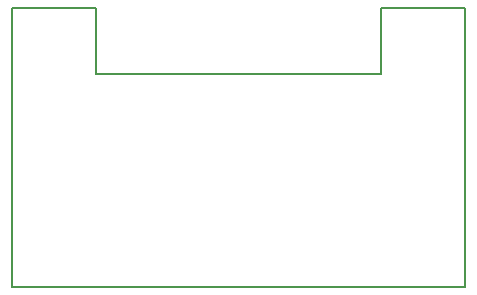
<source format=gbr>
G04 #@! TF.GenerationSoftware,KiCad,Pcbnew,(5.1.7)-1*
G04 #@! TF.CreationDate,2023-01-25T18:29:27-07:00*
G04 #@! TF.ProjectId,Buttons,42757474-6f6e-4732-9e6b-696361645f70,rev?*
G04 #@! TF.SameCoordinates,PX7b89fa0PY567a2f0*
G04 #@! TF.FileFunction,Profile,NP*
%FSLAX46Y46*%
G04 Gerber Fmt 4.6, Leading zero omitted, Abs format (unit mm)*
G04 Created by KiCad (PCBNEW (5.1.7)-1) date 2023-01-25 18:29:27*
%MOMM*%
%LPD*%
G01*
G04 APERTURE LIST*
G04 #@! TA.AperFunction,Profile*
%ADD10C,0.150000*%
G04 #@! TD*
G04 APERTURE END LIST*
D10*
X31242000Y23622000D02*
X31242000Y18034000D01*
X7112000Y23622000D02*
X7112000Y18034000D01*
X7112000Y18034000D02*
X31242000Y18034000D01*
X38354000Y23622000D02*
X31242000Y23622000D01*
X38354000Y18288000D02*
X38354000Y23622000D01*
X0Y23622000D02*
X7112000Y23622000D01*
X38354000Y0D02*
X38354000Y18288000D01*
X0Y0D02*
X38354000Y0D01*
X0Y23622000D02*
X0Y0D01*
M02*

</source>
